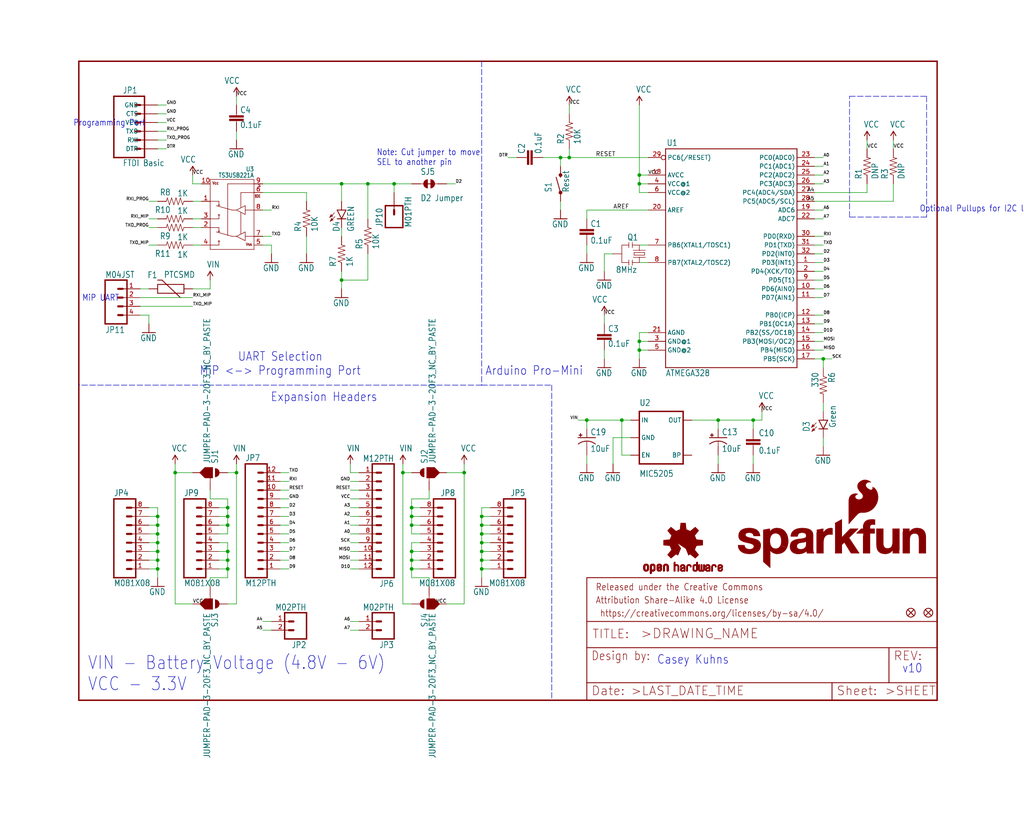
<source format=kicad_sch>
(kicad_sch (version 20211123) (generator eeschema)
  (paper "User" 297.002 240.614)
  (lib_symbols
    (symbol "eagleSchem-eagle-import:0.1UF-25V(+80{slash}-20%)(0603)"
      (property "Reference" "C" (at 1.524 2.921 0))
      (property "Value" "0.1UF-25V(+80{slash}-20%)(0603)" (at 1.524 -2.159 0))
      (symbol "0.1UF-25V(+80{slash}-20%)(0603)_1_0"
        (pin passive line (at 0 5.08 270) (length 2.54) (name "1") (number "1"))
        (pin passive line (at 0 -2.54 90) (length 2.54) (name "2") (number "2"))
      )
    )
    (symbol "eagleSchem-eagle-import:10KOHM1{slash}10W1%(0603)0603"
      (property "Reference" "R" (at -3.81 1.4986 0))
      (property "Value" "10KOHM1{slash}10W1%(0603)0603" (at -3.81 -3.302 0))
      (symbol "10KOHM1{slash}10W1%(0603)0603_1_0"
        (pin passive line (at -5.08 0 0) (length 2.54) (name "1") (number "1"))
        (pin passive line (at 5.08 0 180) (length 2.54) (name "2") (number "2"))
      )
    )
    (symbol "eagleSchem-eagle-import:1KOHM1{slash}10W1%(0603)"
      (property "Reference" "R" (at -3.81 1.4986 0))
      (property "Value" "1KOHM1{slash}10W1%(0603)" (at -3.81 -3.302 0))
      (symbol "1KOHM1{slash}10W1%(0603)_1_0"
        (pin passive line (at -5.08 0 0) (length 2.54) (name "1") (number "1"))
        (pin passive line (at 5.08 0 180) (length 2.54) (name "2") (number "2"))
      )
    )
    (symbol "eagleSchem-eagle-import:3.3V" (power)
      (property "Value" "3.3V" (at -1.016 3.556 0))
      (symbol "3.3V_1_0"
        (pin power_in line (at 0 0 90) (length 2.54) (name "3.3V") (number "1"))
      )
    )
    (symbol "eagleSchem-eagle-import:330OHM1{slash}10W1%(0603)"
      (property "Reference" "R" (at -3.81 1.4986 0))
      (property "Value" "330OHM1{slash}10W1%(0603)" (at -3.81 -3.302 0))
      (symbol "330OHM1{slash}10W1%(0603)_1_0"
        (pin passive line (at -5.08 0 0) (length 2.54) (name "1") (number "1"))
        (pin passive line (at 5.08 0 180) (length 2.54) (name "2") (number "2"))
      )
    )
    (symbol "eagleSchem-eagle-import:ARDUINO_SERIAL_PROGRAMPTH"
      (property "Reference" "JP" (at -5.08 10.922 0))
      (property "Value" "ARDUINO_SERIAL_PROGRAMPTH" (at -5.08 -10.16 0))
      (symbol "ARDUINO_SERIAL_PROGRAMPTH_1_0"
        (pin passive line (at 5.08 -5.08 180) (length 5.08) (name "DTR") (number "1"))
        (pin passive line (at 5.08 -2.54 180) (length 5.08) (name "RXI") (number "2"))
        (pin passive line (at 5.08 0 180) (length 5.08) (name "TXO") (number "3"))
        (pin passive line (at 5.08 2.54 180) (length 5.08) (name "VCC") (number "4"))
        (pin passive line (at 5.08 5.08 180) (length 5.08) (name "CTS") (number "5"))
        (pin passive line (at 5.08 7.62 180) (length 5.08) (name "GND") (number "6"))
      )
    )
    (symbol "eagleSchem-eagle-import:ATMEGA328_SMT"
      (property "Reference" "U" (at -17.78 -38.1 0))
      (property "Value" "ATMEGA328_SMT" (at -17.78 28.448 0))
      (symbol "ATMEGA328_SMT_1_0"
        (pin bidirectional line (at 25.4 -5.08 180) (length 5.08) (name "PD3(INT1)") (number "1"))
        (pin bidirectional line (at 25.4 -12.7 180) (length 5.08) (name "PD6(AIN0)") (number "10"))
        (pin bidirectional line (at 25.4 -15.24 180) (length 5.08) (name "PD7(AIN1)") (number "11"))
        (pin bidirectional line (at 25.4 -20.32 180) (length 5.08) (name "PB0(ICP)") (number "12"))
        (pin bidirectional line (at 25.4 -22.86 180) (length 5.08) (name "PB1(OC1A)") (number "13"))
        (pin bidirectional line (at 25.4 -25.4 180) (length 5.08) (name "PB2(SS/OC1B)") (number "14"))
        (pin bidirectional line (at 25.4 -27.94 180) (length 5.08) (name "PB3(MOSI/OC2)") (number "15"))
        (pin bidirectional line (at 25.4 -30.48 180) (length 5.08) (name "PB4(MISO)") (number "16"))
        (pin bidirectional line (at 25.4 -33.02 180) (length 5.08) (name "PB5(SCK)") (number "17"))
        (pin bidirectional line (at -22.86 20.32 0) (length 5.08) (name "AVCC") (number "18"))
        (pin bidirectional line (at 25.4 10.16 180) (length 5.08) (name "ADC6") (number "19"))
        (pin bidirectional line (at 25.4 -7.62 180) (length 5.08) (name "PD4(XCK/T0)") (number "2"))
        (pin bidirectional line (at -22.86 10.16 0) (length 5.08) (name "AREF") (number "20"))
        (pin bidirectional line (at -22.86 -25.4 0) (length 5.08) (name "AGND") (number "21"))
        (pin bidirectional line (at 25.4 7.62 180) (length 5.08) (name "ADC7") (number "22"))
        (pin bidirectional line (at 25.4 25.4 180) (length 5.08) (name "PC0(ADC0)") (number "23"))
        (pin bidirectional line (at 25.4 22.86 180) (length 5.08) (name "PC1(ADC1)") (number "24"))
        (pin bidirectional line (at 25.4 20.32 180) (length 5.08) (name "PC2(ADC2)") (number "25"))
        (pin bidirectional line (at 25.4 17.78 180) (length 5.08) (name "PC3(ADC3)") (number "26"))
        (pin bidirectional line (at 25.4 15.24 180) (length 5.08) (name "PC4(ADC4/SDA)") (number "27"))
        (pin bidirectional line (at 25.4 12.7 180) (length 5.08) (name "PC5(ADC5/SCL)") (number "28"))
        (pin bidirectional inverted (at -22.86 25.4 0) (length 5.08) (name "PC6(/RESET)") (number "29"))
        (pin bidirectional line (at -22.86 -27.94 0) (length 5.08) (name "GND@1") (number "3"))
        (pin bidirectional line (at 25.4 2.54 180) (length 5.08) (name "PD0(RXD)") (number "30"))
        (pin bidirectional line (at 25.4 0 180) (length 5.08) (name "PD1(TXD)") (number "31"))
        (pin bidirectional line (at 25.4 -2.54 180) (length 5.08) (name "PD2(INT0)") (number "32"))
        (pin bidirectional line (at -22.86 17.78 0) (length 5.08) (name "VCC@1") (number "4"))
        (pin bidirectional line (at -22.86 -30.48 0) (length 5.08) (name "GND@2") (number "5"))
        (pin bidirectional line (at -22.86 15.24 0) (length 5.08) (name "VCC@2") (number "6"))
        (pin bidirectional line (at -22.86 0 0) (length 5.08) (name "PB6(XTAL1/TOSC1)") (number "7"))
        (pin bidirectional line (at -22.86 -5.08 0) (length 5.08) (name "PB7(XTAL2/TOSC2)") (number "8"))
        (pin bidirectional line (at 25.4 -10.16 180) (length 5.08) (name "PD5(T1)") (number "9"))
      )
    )
    (symbol "eagleSchem-eagle-import:CAP_POL1206"
      (property "Reference" "C" (at 1.016 0.635 0))
      (property "Value" "CAP_POL1206" (at 1.016 -4.191 0))
      (symbol "CAP_POL1206_1_0"
        (pin passive line (at 0 2.54 270) (length 2.54) (name "+") (number "A"))
        (pin passive line (at 0 -5.08 90) (length 2.54) (name "-") (number "C"))
      )
    )
    (symbol "eagleSchem-eagle-import:FIDUCIAL1X2")
    (symbol "eagleSchem-eagle-import:FRAME-LETTER"
      (symbol "FRAME-LETTER_2_0"
        (text " https://creativecommons.org/licenses/by-sa/4.0/" (at 2.54 24.13 0) (effects (font (size 1.9304 1.6408)) (justify left bottom)))
        (text ">DRAWING_NAME" (at 15.494 17.78 0) (effects (font (size 2.7432 2.7432)) (justify left bottom)))
        (text ">LAST_DATE_TIME" (at 12.7 1.27 0) (effects (font (size 2.54 2.54)) (justify left bottom)))
        (text ">SHEET" (at 86.36 1.27 0) (effects (font (size 2.54 2.54)) (justify left bottom)))
        (text "Attribution Share-Alike 4.0 License" (at 2.54 27.94 0) (effects (font (size 1.9304 1.6408)) (justify left bottom)))
        (text "Date:" (at 1.27 1.27 0) (effects (font (size 2.54 2.54)) (justify left bottom)))
        (text "Design by:" (at 1.27 11.43 0) (effects (font (size 2.54 2.159)) (justify left bottom)))
        (text "Released under the Creative Commons" (at 2.54 31.75 0) (effects (font (size 1.9304 1.6408)) (justify left bottom)))
        (text "REV:" (at 88.9 11.43 0) (effects (font (size 2.54 2.54)) (justify left bottom)))
        (text "Sheet:" (at 72.39 1.27 0) (effects (font (size 2.54 2.54)) (justify left bottom)))
        (text "TITLE:" (at 1.524 17.78 0) (effects (font (size 2.54 2.54)) (justify left bottom)))
      )
    )
    (symbol "eagleSchem-eagle-import:GND" (power)
      (property "Value" "GND" (at -2.54 -2.54 0))
      (symbol "GND_1_0"
        (pin power_in line (at 0 2.54 270) (length 2.54) (name "GND") (number "1"))
      )
    )
    (symbol "eagleSchem-eagle-import:JUMPER-PAD-2-NC_BY_TRACE"
      (property "Reference" "SJ" (at -2.54 2.54 0))
      (property "Value" "JUMPER-PAD-2-NC_BY_TRACE" (at -2.54 -5.08 0))
      (symbol "JUMPER-PAD-2-NC_BY_TRACE_1_0"
        (pin passive line (at -5.08 0 0) (length 2.54) (name "1") (number "1"))
        (pin passive line (at 5.08 0 180) (length 2.54) (name "2") (number "2"))
      )
    )
    (symbol "eagleSchem-eagle-import:JUMPER-PAD-3-2OF3_NC_BY_PASTE"
      (property "Reference" "SJ" (at 2.54 0.381 0))
      (property "Value" "JUMPER-PAD-3-2OF3_NC_BY_PASTE" (at 2.54 -1.905 0))
      (symbol "JUMPER-PAD-3-2OF3_NC_BY_PASTE_1_0"
        (pin passive line (at 0 5.08 270) (length 2.54) (name "1") (number "1"))
        (pin passive line (at -5.08 0 0) (length 2.54) (name "2") (number "2"))
        (pin passive line (at 0 -5.08 90) (length 2.54) (name "3") (number "3"))
      )
    )
    (symbol "eagleSchem-eagle-import:LED-GREEN0603"
      (property "Reference" "D" (at 3.556 -4.572 90))
      (property "Value" "LED-GREEN0603" (at 5.715 -4.572 90))
      (symbol "LED-GREEN0603_1_0"
        (pin passive line (at 0 2.54 270) (length 2.54) (name "A") (number "A"))
        (pin passive line (at 0 -5.08 90) (length 2.54) (name "C") (number "C"))
      )
    )
    (symbol "eagleSchem-eagle-import:M01PTH"
      (property "Reference" "JP" (at -2.54 3.302 0))
      (property "Value" "M01PTH" (at -2.54 -5.08 0))
      (symbol "M01PTH_1_0"
        (pin passive line (at 7.62 0 180) (length 5.08) (name "1") (number "1"))
      )
    )
    (symbol "eagleSchem-eagle-import:M02PTH"
      (property "Reference" "JP" (at -2.54 5.842 0))
      (property "Value" "M02PTH" (at -2.54 -5.08 0))
      (symbol "M02PTH_1_0"
        (pin passive line (at 7.62 0 180) (length 5.08) (name "1") (number "1"))
        (pin passive line (at 7.62 2.54 180) (length 5.08) (name "2") (number "2"))
      )
    )
    (symbol "eagleSchem-eagle-import:M04JST"
      (property "Reference" "JP" (at -5.08 8.382 0))
      (property "Value" "M04JST" (at -5.08 -7.62 0))
      (symbol "M04JST_1_0"
        (pin passive line (at 5.08 -2.54 180) (length 5.08) (name "1") (number "1"))
        (pin passive line (at 5.08 0 180) (length 5.08) (name "2") (number "2"))
        (pin passive line (at 5.08 2.54 180) (length 5.08) (name "3") (number "3"))
        (pin passive line (at 5.08 5.08 180) (length 5.08) (name "4") (number "4"))
      )
    )
    (symbol "eagleSchem-eagle-import:M081X08"
      (property "Reference" "JP" (at -5.08 13.462 0))
      (property "Value" "M081X08" (at -5.08 -12.7 0))
      (symbol "M081X08_1_0"
        (pin passive line (at 5.08 -7.62 180) (length 5.08) (name "1") (number "1"))
        (pin passive line (at 5.08 -5.08 180) (length 5.08) (name "2") (number "2"))
        (pin passive line (at 5.08 -2.54 180) (length 5.08) (name "3") (number "3"))
        (pin passive line (at 5.08 0 180) (length 5.08) (name "4") (number "4"))
        (pin passive line (at 5.08 2.54 180) (length 5.08) (name "5") (number "5"))
        (pin passive line (at 5.08 5.08 180) (length 5.08) (name "6") (number "6"))
        (pin passive line (at 5.08 7.62 180) (length 5.08) (name "7") (number "7"))
        (pin passive line (at 5.08 10.16 180) (length 5.08) (name "8") (number "8"))
      )
    )
    (symbol "eagleSchem-eagle-import:M12PTH"
      (property "Reference" "JP" (at 0 16.002 0))
      (property "Value" "M12PTH" (at 0 -20.32 0))
      (symbol "M12PTH_1_0"
        (pin passive line (at 10.16 -15.24 180) (length 5.08) (name "1") (number "1"))
        (pin passive line (at 10.16 7.62 180) (length 5.08) (name "10") (number "10"))
        (pin passive line (at 10.16 10.16 180) (length 5.08) (name "11") (number "11"))
        (pin passive line (at 10.16 12.7 180) (length 5.08) (name "12") (number "12"))
        (pin passive line (at 10.16 -12.7 180) (length 5.08) (name "2") (number "2"))
        (pin passive line (at 10.16 -10.16 180) (length 5.08) (name "3") (number "3"))
        (pin passive line (at 10.16 -7.62 180) (length 5.08) (name "4") (number "4"))
        (pin passive line (at 10.16 -5.08 180) (length 5.08) (name "5") (number "5"))
        (pin passive line (at 10.16 -2.54 180) (length 5.08) (name "6") (number "6"))
        (pin passive line (at 10.16 0 180) (length 5.08) (name "7") (number "7"))
        (pin passive line (at 10.16 2.54 180) (length 5.08) (name "8") (number "8"))
        (pin passive line (at 10.16 5.08 180) (length 5.08) (name "9") (number "9"))
      )
    )
    (symbol "eagleSchem-eagle-import:MIC52053.3V"
      (property "Reference" "U" (at -7.62 9.144 0))
      (property "Value" "MIC52053.3V" (at -7.62 -11.43 0))
      (symbol "MIC52053.3V_1_0"
        (pin input line (at -10.16 5.08 0) (length 2.54) (name "IN") (number "1"))
        (pin input line (at -10.16 0 0) (length 2.54) (name "GND") (number "2"))
        (pin input line (at -10.16 -5.08 0) (length 2.54) (name "EN") (number "3"))
        (pin input line (at 7.62 -5.08 180) (length 2.54) (name "BP") (number "4"))
        (pin passive line (at 7.62 5.08 180) (length 2.54) (name "OUT") (number "5"))
      )
    )
    (symbol "eagleSchem-eagle-import:OSHW-LOGOS")
    (symbol "eagleSchem-eagle-import:PTCSMD"
      (property "Reference" "F" (at -2.54 3.048 0))
      (property "Value" "PTCSMD" (at -3.302 -5.08 0))
      (symbol "PTCSMD_1_0"
        (pin bidirectional line (at -5.08 0 0) (length 2.54) (name "1") (number "1"))
        (pin bidirectional line (at 7.62 0 180) (length 2.54) (name "2") (number "2"))
      )
    )
    (symbol "eagleSchem-eagle-import:RESISTOR0603-RES"
      (property "Reference" "R" (at -3.81 1.4986 0))
      (property "Value" "RESISTOR0603-RES" (at -3.81 -3.302 0))
      (symbol "RESISTOR0603-RES_1_0"
        (pin passive line (at -5.08 0 0) (length 2.54) (name "1") (number "1"))
        (pin passive line (at 5.08 0 180) (length 2.54) (name "2") (number "2"))
      )
    )
    (symbol "eagleSchem-eagle-import:RESONATOR8MHZ"
      (property "Reference" "Y" (at 2.54 1.016 0))
      (property "Value" "RESONATOR8MHZ" (at 2.54 -7.62 0))
      (symbol "RESONATOR8MHZ_1_0"
        (pin passive line (at -2.54 0 0) (length 0) (name "1") (number "1"))
        (pin passive line (at 0 -7.62 90) (length 0) (name "2") (number "2"))
        (pin passive line (at 2.54 0 180) (length 0) (name "3") (number "3"))
      )
    )
    (symbol "eagleSchem-eagle-import:SFE_LOGO_NAME_FLAME.1_INCH")
    (symbol "eagleSchem-eagle-import:SWITCH-MOMENTARY-2SMD"
      (property "Reference" "S" (at -2.54 2.54 0))
      (property "Value" "SWITCH-MOMENTARY-2SMD" (at -2.54 -2.54 0))
      (symbol "SWITCH-MOMENTARY-2SMD_1_0"
        (pin passive line (at -5.08 0 0) (length 2.54) (name "1") (number "1"))
        (pin passive line (at 5.08 0 180) (length 2.54) (name "2") (number "3"))
      )
    )
    (symbol "eagleSchem-eagle-import:TS3USB221A"
      (property "Reference" "U" (at 0 21.336 0))
      (property "Value" "TS3USB221A" (at 0 19.558 0))
      (symbol "TS3USB221A_1_0"
        (text "!OE" (at -2.032 13.716 0) (effects (font (size 0.8128 0.6908)) (justify left bottom)))
        (text "S" (at -2.032 16.764 0) (effects (font (size 0.8128 0.6908)) (justify left bottom)))
        (text "Vcc" (at 10.16 17.526 0) (effects (font (size 0.8128 0.6908)) (justify left bottom)))
        (text "Vss" (at 0.508 -0.254 0) (effects (font (size 0.8128 0.6908)) (justify left bottom)))
        (pin bidirectional line (at 15.24 12.7 180) (length 2.54) (name "1D+") (number "1"))
        (pin bidirectional line (at 15.24 17.78 180) (length 2.54) (name "VCC") (number "10"))
        (pin bidirectional line (at 15.24 5.08 180) (length 2.54) (name "1D-") (number "2"))
        (pin bidirectional line (at 15.24 7.62 180) (length 2.54) (name "2D+") (number "3"))
        (pin bidirectional line (at 15.24 0 180) (length 2.54) (name "2D-") (number "4"))
        (pin bidirectional line (at -2.54 0 0) (length 2.54) (name "VSS") (number "5"))
        (pin bidirectional line (at -2.54 15.24 0) (length 2.54) (name "~{OE}") (number "6"))
        (pin bidirectional line (at -2.54 2.54 0) (length 2.54) (name "D-") (number "7"))
        (pin bidirectional line (at -2.54 10.16 0) (length 2.54) (name "D+") (number "8"))
        (pin bidirectional line (at -2.54 17.78 0) (length 2.54) (name "S") (number "9"))
      )
    )
    (symbol "eagleSchem-eagle-import:VIN" (power)
      (property "Value" "VIN" (at -1.016 3.556 0))
      (symbol "VIN_1_0"
        (pin power_in line (at 0 0 90) (length 2.54) (name "VIN") (number "1"))
      )
    )
  )
  (junction (at 66.04 149.86))
  (junction (at 119.38 160.02))
  (junction (at 134.62 137.16))
  (junction (at 185.42 50.8))
  (junction (at 139.7 149.86))
  (junction (at 45.72 149.86))
  (junction (at 68.58 137.16))
  (junction (at 185.42 101.6))
  (junction (at 45.72 157.48))
  (junction (at 139.7 152.4))
  (junction (at 66.04 147.32))
  (junction (at 50.8 137.16))
  (junction (at 119.38 162.56))
  (junction (at 99.06 81.28))
  (junction (at 139.7 154.94))
  (junction (at 119.38 165.1))
  (junction (at 45.72 154.94))
  (junction (at 66.04 152.4))
  (junction (at 238.76 104.14))
  (junction (at 139.7 162.56))
  (junction (at 45.72 160.02))
  (junction (at 45.72 165.1))
  (junction (at 180.34 121.92))
  (junction (at 116.84 137.16))
  (junction (at 139.7 157.48))
  (junction (at 218.44 121.92))
  (junction (at 185.42 99.06))
  (junction (at 139.7 160.02))
  (junction (at 66.04 160.02))
  (junction (at 119.38 147.32))
  (junction (at 99.06 53.34))
  (junction (at 162.56 45.72))
  (junction (at 114.3 53.34))
  (junction (at 185.42 53.34))
  (junction (at 119.38 149.86))
  (junction (at 106.68 53.34))
  (junction (at 170.18 121.92))
  (junction (at 165.1 45.72))
  (junction (at 139.7 165.1))
  (junction (at 45.72 162.56))
  (junction (at 66.04 162.56))
  (junction (at 45.72 152.4))
  (junction (at 119.38 152.4))
  (junction (at 208.28 121.92))
  (junction (at 66.04 165.1))
  (wire (pts (xy 238.76 129.54) (xy 238.76 127)))
  (wire (pts (xy 99.06 53.34) (xy 99.06 58.42)))
  (wire (pts (xy 81.28 152.4) (xy 83.82 152.4)))
  (wire (pts (xy 187.96 96.52) (xy 185.42 96.52)))
  (wire (pts (xy 55.88 71.12) (xy 58.42 71.12)))
  (wire (pts (xy 66.04 167.64) (xy 66.04 165.1)))
  (wire (pts (xy 68.58 137.16) (xy 66.04 137.16)))
  (wire (pts (xy 119.38 144.78) (xy 119.38 147.32)))
  (wire (pts (xy 134.62 137.16) (xy 129.54 137.16)))
  (wire (pts (xy 66.04 165.1) (xy 63.5 165.1)))
  (wire (pts (xy 104.14 160.02) (xy 101.6 160.02)))
  (wire (pts (xy 187.96 45.72) (xy 165.1 45.72)))
  (wire (pts (xy 99.06 53.34) (xy 76.2 53.34)))
  (wire (pts (xy 104.14 165.1) (xy 101.6 165.1)))
  (wire (pts (xy 236.22 45.72) (xy 238.76 45.72)))
  (wire (pts (xy 165.1 43.18) (xy 165.1 45.72)))
  (wire (pts (xy 236.22 60.96) (xy 238.76 60.96)))
  (wire (pts (xy 139.7 147.32) (xy 142.24 147.32)))
  (wire (pts (xy 68.58 175.26) (xy 68.58 137.16)))
  (wire (pts (xy 218.44 124.46) (xy 218.44 121.92)))
  (wire (pts (xy 170.18 60.96) (xy 170.18 63.5)))
  (wire (pts (xy 81.28 137.16) (xy 83.82 137.16)))
  (wire (pts (xy 119.38 152.4) (xy 119.38 154.94)))
  (wire (pts (xy 76.2 68.58) (xy 78.74 68.58)))
  (wire (pts (xy 218.44 121.92) (xy 208.28 121.92)))
  (wire (pts (xy 81.28 139.7) (xy 83.82 139.7)))
  (wire (pts (xy 58.42 66.04) (xy 55.88 66.04)))
  (wire (pts (xy 66.04 147.32) (xy 63.5 147.32)))
  (wire (pts (xy 116.84 175.26) (xy 116.84 137.16)))
  (wire (pts (xy 45.72 149.86) (xy 43.18 149.86)))
  (wire (pts (xy 139.7 165.1) (xy 139.7 167.64)))
  (wire (pts (xy 175.26 104.14) (xy 175.26 101.6)))
  (wire (pts (xy 236.22 53.34) (xy 238.76 53.34)))
  (wire (pts (xy 182.88 127) (xy 177.8 127)))
  (wire (pts (xy 236.22 68.58) (xy 238.76 68.58)))
  (wire (pts (xy 66.04 157.48) (xy 66.04 160.02)))
  (wire (pts (xy 236.22 58.42) (xy 259.08 58.42)))
  (wire (pts (xy 88.9 55.88) (xy 76.2 55.88)))
  (wire (pts (xy 116.84 134.62) (xy 116.84 137.16)))
  (wire (pts (xy 220.98 121.92) (xy 218.44 121.92)))
  (wire (pts (xy 66.04 152.4) (xy 66.04 154.94)))
  (wire (pts (xy 119.38 162.56) (xy 121.92 162.56)))
  (wire (pts (xy 119.38 175.26) (xy 116.84 175.26)))
  (wire (pts (xy 106.68 53.34) (xy 99.06 53.34)))
  (wire (pts (xy 104.14 139.7) (xy 101.6 139.7)))
  (wire (pts (xy 170.18 124.46) (xy 170.18 121.92)))
  (wire (pts (xy 66.04 147.32) (xy 66.04 149.86)))
  (wire (pts (xy 81.28 157.48) (xy 83.82 157.48)))
  (wire (pts (xy 175.26 78.74) (xy 175.26 73.66)))
  (polyline (pts (xy 139.7 17.78) (xy 139.7 111.76)))
  (wire (pts (xy 185.42 76.2) (xy 187.96 76.2)))
  (wire (pts (xy 251.46 43.18) (xy 251.46 40.64)))
  (wire (pts (xy 165.1 30.48) (xy 165.1 33.02)))
  (wire (pts (xy 236.22 104.14) (xy 238.76 104.14)))
  (wire (pts (xy 60.96 81.28) (xy 60.96 83.82)))
  (wire (pts (xy 139.7 160.02) (xy 142.24 160.02)))
  (wire (pts (xy 45.72 154.94) (xy 45.72 157.48)))
  (wire (pts (xy 58.42 58.42) (xy 55.88 58.42)))
  (wire (pts (xy 236.22 71.12) (xy 238.76 71.12)))
  (wire (pts (xy 45.72 63.5) (xy 43.18 63.5)))
  (wire (pts (xy 45.72 147.32) (xy 43.18 147.32)))
  (wire (pts (xy 45.72 152.4) (xy 45.72 154.94)))
  (wire (pts (xy 185.42 55.88) (xy 185.42 53.34)))
  (wire (pts (xy 182.88 132.08) (xy 180.34 132.08)))
  (wire (pts (xy 119.38 149.86) (xy 121.92 149.86)))
  (wire (pts (xy 220.98 119.38) (xy 220.98 121.92)))
  (wire (pts (xy 124.46 167.64) (xy 119.38 167.64)))
  (wire (pts (xy 236.22 76.2) (xy 238.76 76.2)))
  (wire (pts (xy 134.62 175.26) (xy 134.62 137.16)))
  (wire (pts (xy 208.28 134.62) (xy 208.28 132.08)))
  (wire (pts (xy 106.68 53.34) (xy 106.68 63.5)))
  (wire (pts (xy 104.14 180.34) (xy 101.6 180.34)))
  (wire (pts (xy 185.42 99.06) (xy 185.42 101.6)))
  (wire (pts (xy 139.7 149.86) (xy 139.7 152.4)))
  (wire (pts (xy 104.14 154.94) (xy 101.6 154.94)))
  (wire (pts (xy 119.38 149.86) (xy 119.38 152.4)))
  (wire (pts (xy 119.38 147.32) (xy 121.92 147.32)))
  (wire (pts (xy 116.84 137.16) (xy 119.38 137.16)))
  (wire (pts (xy 119.38 154.94) (xy 121.92 154.94)))
  (wire (pts (xy 119.38 152.4) (xy 121.92 152.4)))
  (wire (pts (xy 119.38 165.1) (xy 121.92 165.1)))
  (wire (pts (xy 66.04 154.94) (xy 63.5 154.94)))
  (wire (pts (xy 185.42 50.8) (xy 185.42 30.48)))
  (wire (pts (xy 45.72 149.86) (xy 45.72 152.4)))
  (wire (pts (xy 104.14 182.88) (xy 101.6 182.88)))
  (wire (pts (xy 81.28 165.1) (xy 83.82 165.1)))
  (wire (pts (xy 218.44 134.62) (xy 218.44 132.08)))
  (wire (pts (xy 114.3 55.88) (xy 114.3 53.34)))
  (wire (pts (xy 139.7 152.4) (xy 142.24 152.4)))
  (wire (pts (xy 99.06 68.58) (xy 99.06 66.04)))
  (wire (pts (xy 119.38 162.56) (xy 119.38 165.1)))
  (wire (pts (xy 139.7 152.4) (xy 139.7 154.94)))
  (wire (pts (xy 66.04 162.56) (xy 63.5 162.56)))
  (wire (pts (xy 104.14 152.4) (xy 101.6 152.4)))
  (wire (pts (xy 45.72 157.48) (xy 43.18 157.48)))
  (wire (pts (xy 45.72 160.02) (xy 43.18 160.02)))
  (wire (pts (xy 170.18 121.92) (xy 180.34 121.92)))
  (wire (pts (xy 40.64 88.9) (xy 55.88 88.9)))
  (wire (pts (xy 81.28 149.86) (xy 83.82 149.86)))
  (wire (pts (xy 81.28 160.02) (xy 83.82 160.02)))
  (wire (pts (xy 50.8 175.26) (xy 50.8 137.16)))
  (wire (pts (xy 170.18 73.66) (xy 170.18 71.12)))
  (wire (pts (xy 45.72 162.56) (xy 43.18 162.56)))
  (wire (pts (xy 124.46 142.24) (xy 124.46 144.78)))
  (wire (pts (xy 40.64 91.44) (xy 43.18 91.44)))
  (wire (pts (xy 45.72 58.42) (xy 43.18 58.42)))
  (wire (pts (xy 185.42 101.6) (xy 185.42 104.14)))
  (wire (pts (xy 180.34 132.08) (xy 180.34 121.92)))
  (wire (pts (xy 45.72 43.18) (xy 48.26 43.18)))
  (wire (pts (xy 134.62 134.62) (xy 134.62 137.16)))
  (wire (pts (xy 236.22 86.36) (xy 238.76 86.36)))
  (wire (pts (xy 45.72 162.56) (xy 45.72 165.1)))
  (wire (pts (xy 45.72 35.56) (xy 48.26 35.56)))
  (wire (pts (xy 45.72 154.94) (xy 43.18 154.94)))
  (wire (pts (xy 55.88 83.82) (xy 60.96 83.82)))
  (wire (pts (xy 259.08 58.42) (xy 259.08 53.34)))
  (wire (pts (xy 236.22 99.06) (xy 238.76 99.06)))
  (wire (pts (xy 165.1 45.72) (xy 162.56 45.72)))
  (wire (pts (xy 55.88 175.26) (xy 50.8 175.26)))
  (wire (pts (xy 238.76 104.14) (xy 238.76 106.68)))
  (wire (pts (xy 236.22 48.26) (xy 238.76 48.26)))
  (wire (pts (xy 177.8 127) (xy 177.8 134.62)))
  (wire (pts (xy 187.96 53.34) (xy 185.42 53.34)))
  (wire (pts (xy 45.72 165.1) (xy 43.18 165.1)))
  (wire (pts (xy 40.64 86.36) (xy 55.88 86.36)))
  (wire (pts (xy 104.14 162.56) (xy 101.6 162.56)))
  (polyline (pts (xy 246.38 27.94) (xy 268.732 27.94)))
  (wire (pts (xy 45.72 30.48) (xy 48.26 30.48)))
  (wire (pts (xy 104.14 157.48) (xy 101.6 157.48)))
  (wire (pts (xy 259.08 43.18) (xy 259.08 40.64)))
  (wire (pts (xy 66.04 175.26) (xy 68.58 175.26)))
  (wire (pts (xy 55.88 53.34) (xy 58.42 53.34)))
  (wire (pts (xy 187.96 99.06) (xy 185.42 99.06)))
  (wire (pts (xy 149.86 45.72) (xy 147.32 45.72)))
  (wire (pts (xy 139.7 154.94) (xy 139.7 157.48)))
  (wire (pts (xy 236.22 73.66) (xy 238.76 73.66)))
  (wire (pts (xy 66.04 152.4) (xy 63.5 152.4)))
  (wire (pts (xy 236.22 93.98) (xy 238.76 93.98)))
  (wire (pts (xy 208.28 121.92) (xy 200.66 121.92)))
  (wire (pts (xy 106.68 53.34) (xy 114.3 53.34)))
  (wire (pts (xy 45.72 147.32) (xy 45.72 149.86)))
  (wire (pts (xy 40.64 83.82) (xy 43.18 83.82)))
  (wire (pts (xy 236.22 96.52) (xy 238.76 96.52)))
  (polyline (pts (xy 160.02 111.76) (xy 160.02 203.2)))
  (wire (pts (xy 66.04 157.48) (xy 63.5 157.48)))
  (wire (pts (xy 88.9 68.58) (xy 88.9 73.66)))
  (wire (pts (xy 68.58 40.64) (xy 68.58 38.1)))
  (wire (pts (xy 185.42 96.52) (xy 185.42 99.06)))
  (wire (pts (xy 66.04 149.86) (xy 63.5 149.86)))
  (wire (pts (xy 99.06 83.82) (xy 99.06 81.28)))
  (wire (pts (xy 170.18 121.92) (xy 167.64 121.92)))
  (wire (pts (xy 45.72 152.4) (xy 43.18 152.4)))
  (wire (pts (xy 45.72 160.02) (xy 45.72 162.56)))
  (wire (pts (xy 187.96 60.96) (xy 170.18 60.96)))
  (wire (pts (xy 208.28 124.46) (xy 208.28 121.92)))
  (wire (pts (xy 99.06 81.28) (xy 106.68 81.28)))
  (wire (pts (xy 238.76 116.84) (xy 238.76 119.38)))
  (wire (pts (xy 119.38 160.02) (xy 121.92 160.02)))
  (wire (pts (xy 236.22 78.74) (xy 238.76 78.74)))
  (wire (pts (xy 81.28 144.78) (xy 83.82 144.78)))
  (wire (pts (xy 236.22 63.5) (xy 238.76 63.5)))
  (wire (pts (xy 60.96 142.24) (xy 60.96 144.78)))
  (wire (pts (xy 139.7 157.48) (xy 139.7 160.02)))
  (wire (pts (xy 251.46 55.88) (xy 251.46 53.34)))
  (wire (pts (xy 139.7 162.56) (xy 142.24 162.56)))
  (wire (pts (xy 101.6 137.16) (xy 104.14 137.16)))
  (wire (pts (xy 187.96 50.8) (xy 185.42 50.8)))
  (wire (pts (xy 139.7 165.1) (xy 142.24 165.1)))
  (wire (pts (xy 139.7 149.86) (xy 142.24 149.86)))
  (wire (pts (xy 139.7 154.94) (xy 142.24 154.94)))
  (wire (pts (xy 162.56 58.42) (xy 162.56 60.96)))
  (wire (pts (xy 81.28 147.32) (xy 83.82 147.32)))
  (wire (pts (xy 78.74 180.34) (xy 76.2 180.34)))
  (wire (pts (xy 175.26 73.66) (xy 177.8 73.66)))
  (wire (pts (xy 119.38 167.64) (xy 119.38 165.1)))
  (wire (pts (xy 236.22 101.6) (xy 238.76 101.6)))
  (wire (pts (xy 104.14 144.78) (xy 101.6 144.78)))
  (wire (pts (xy 119.38 157.48) (xy 119.38 160.02)))
  (wire (pts (xy 76.2 60.96) (xy 78.74 60.96)))
  (wire (pts (xy 55.88 50.8) (xy 55.88 53.34)))
  (wire (pts (xy 43.18 93.98) (xy 43.18 91.44)))
  (wire (pts (xy 129.54 175.26) (xy 134.62 175.26)))
  (wire (pts (xy 129.54 53.34) (xy 132.08 53.34)))
  (wire (pts (xy 236.22 83.82) (xy 238.76 83.82)))
  (wire (pts (xy 187.96 101.6) (xy 185.42 101.6)))
  (wire (pts (xy 180.34 121.92) (xy 182.88 121.92)))
  (wire (pts (xy 60.96 170.18) (xy 60.96 167.64)))
  (wire (pts (xy 139.7 162.56) (xy 139.7 165.1)))
  (wire (pts (xy 66.04 149.86) (xy 66.04 152.4)))
  (wire (pts (xy 101.6 134.62) (xy 101.6 137.16)))
  (wire (pts (xy 99.06 78.74) (xy 99.06 81.28)))
  (polyline (pts (xy 268.732 27.94) (xy 268.732 62.992)))
  (wire (pts (xy 187.96 55.88) (xy 185.42 55.88)))
  (wire (pts (xy 119.38 157.48) (xy 121.92 157.48)))
  (polyline (pts (xy 139.7 111.76) (xy 22.86 111.76)))
  (wire (pts (xy 238.76 104.14) (xy 241.3 104.14)))
  (wire (pts (xy 45.72 40.64) (xy 48.26 40.64)))
  (wire (pts (xy 50.8 137.16) (xy 55.88 137.16)))
  (wire (pts (xy 45.72 33.02) (xy 48.26 33.02)))
  (wire (pts (xy 45.72 38.1) (xy 48.26 38.1)))
  (wire (pts (xy 162.56 45.72) (xy 157.48 45.72)))
  (wire (pts (xy 185.42 53.34) (xy 185.42 50.8)))
  (wire (pts (xy 68.58 27.94) (xy 68.58 30.48)))
  (wire (pts (xy 81.28 142.24) (xy 83.82 142.24)))
  (wire (pts (xy 162.56 48.26) (xy 162.56 45.72)))
  (wire (pts (xy 236.22 55.88) (xy 251.46 55.88)))
  (polyline (pts (xy 246.38 62.992) (xy 246.38 27.94)))
  (wire (pts (xy 124.46 144.78) (xy 119.38 144.78)))
  (wire (pts (xy 45.72 157.48) (xy 45.72 160.02)))
  (polyline (pts (xy 139.7 111.76) (xy 160.02 111.76)))
  (wire (pts (xy 81.28 162.56) (xy 83.82 162.56)))
  (wire (pts (xy 119.38 147.32) (xy 119.38 149.86)))
  (wire (pts (xy 175.26 91.44) (xy 175.26 93.98)))
  (wire (pts (xy 78.74 182.88) (xy 76.2 182.88)))
  (wire (pts (xy 236.22 81.28) (xy 238.76 81.28)))
  (wire (pts (xy 66.04 160.02) (xy 66.04 162.56)))
  (wire (pts (xy 104.14 149.86) (xy 101.6 149.86)))
  (wire (pts (xy 66.04 144.78) (xy 66.04 147.32)))
  (wire (pts (xy 139.7 157.48) (xy 142.24 157.48)))
  (wire (pts (xy 76.2 71.12) (xy 78.74 71.12)))
  (wire (pts (xy 139.7 160.02) (xy 139.7 162.56)))
  (wire (pts (xy 139.7 147.32) (xy 139.7 149.86)))
  (wire (pts (xy 119.38 160.02) (xy 119.38 162.56)))
  (wire (pts (xy 45.72 165.1) (xy 45.72 167.64)))
  (wire (pts (xy 45.72 71.12) (xy 43.18 71.12)))
  (wire (pts (xy 236.22 50.8) (xy 238.76 50.8)))
  (wire (pts (xy 104.14 142.24) (xy 101.6 142.24)))
  (polyline (pts (xy 268.732 62.992) (xy 246.38 62.992)))
  (wire (pts (xy 236.22 91.44) (xy 238.76 91.44)))
  (wire (pts (xy 45.72 66.04) (xy 43.18 66.04)))
  (wire (pts (xy 50.8 134.62) (xy 50.8 137.16)))
  (wire (pts (xy 170.18 134.62) (xy 170.18 132.08)))
  (wire (pts (xy 78.74 71.12) (xy 78.74 73.66)))
  (wire (pts (xy 81.28 154.94) (xy 83.82 154.94)))
  (wire (pts (xy 66.04 160.02) (xy 63.5 160.02)))
  (wire (pts (xy 88.9 55.88) (xy 88.9 58.42)))
  (wire (pts (xy 60.96 144.78) (xy 66.04 144.78)))
  (wire (pts (xy 66.04 162.56) (xy 66.04 165.1)))
  (wire (pts (xy 106.68 73.66) (xy 106.68 81.28)))
  (wire (pts (xy 124.46 170.18) (xy 124.46 167.64)))
  (wire (pts (xy 114.3 53.34) (xy 119.38 53.34)))
  (wire (pts (xy 68.58 134.62) (xy 68.58 137.16)))
  (wire (pts (xy 104.14 147.32) (xy 101.6 147.32)))
  (wire (pts (xy 185.42 71.12) (xy 187.96 71.12)))
  (wire (pts (xy 60.96 167.64) (xy 66.04 167.64)))
  (wire (pts (xy 55.88 63.5) (xy 58.42 63.5)))
  (text "Note: Cut jumper to move\nSEL to another pin" (at 109.22 48.26 180) (effects (font (size 1.778 1.5113)) (justify left bottom)))
  (text "Expansion Headers" (at 93.98 116.84 180) (effects (font (size 2.54 2.159)) (justify bottom)))
  (text "Optional Pullups for I2C lines" (at 266.7 61.722 180) (effects (font (size 1.778 1.5113)) (justify left bottom)))
  (text "VIN - Battery Voltage (4.8V - 6V)\nVCC - 3.3V" (at 25.4 195.58 180) (effects (font (size 3.81 3.2385)) (justify left)))
  (text "UART Selection\nMiP <-> Programming Port" (at 81.28 109.22 180) (effects (font (size 2.54 2.159)) (justify bottom)))
  (text "MiP UART" (at 29.21 87.63 180) (effects (font (size 1.778 1.5113)) (justify bottom)))
  (text "Casey Kuhns" (at 190.5 193.04 180) (effects (font (size 2.54 2.159)) (justify left bottom)))
  (text "Programming Port" (at 31.75 36.83 180) (effects (font (size 1.778 1.5113)) (justify bottom)))
  (text "Arduino Pro-Mini" (at 154.94 109.22 180) (effects (font (size 2.54 2.159)) (justify bottom)))
  (text "v10" (at 261.62 195.58 180) (effects (font (size 2.54 2.159)) (justify left bottom)))
  (label "A2" (at 101.6 149.86 180) (effects (font (size 0.889 0.889))))
  (label "D7" (at 238.76 86.36 0) (effects (font (size 0.889 0.889))))
  (label "D7" (at 83.82 160.02 0) (effects (font (size 0.889 0.889))))
  (label "RXI_MIP" (at 43.18 63.5 180) (effects (font (size 0.889 0.889))))
  (label "VCC" (at 48.26 35.56 0) (effects (font (size 0.889 0.889))))
  (label "RESET" (at 101.6 142.24 180) (effects (font (size 0.889 0.889))))
  (label "A5" (at 236.22 58.42 180) (effects (font (size 1.016 1.016))))
  (label "RXI" (at 78.74 60.96 0) (effects (font (size 0.889 0.889))))
  (label "D2" (at 132.08 53.34 0) (effects (font (size 0.889 0.889))))
  (label "VCC" (at 187.96 50.8 0) (effects (font (size 1.016 1.016))))
  (label "MISO" (at 238.76 101.6 0) (effects (font (size 0.889 0.889))))
  (label "DTR" (at 147.32 45.72 180) (effects (font (size 0.889 0.889))))
  (label "D5" (at 238.76 81.28 0) (effects (font (size 0.889 0.889))))
  (label "D3" (at 83.82 149.86 0) (effects (font (size 0.889 0.889))))
  (label "RESET" (at 83.82 142.24 0) (effects (font (size 0.889 0.889))))
  (label "DTR" (at 48.26 43.18 0) (effects (font (size 0.889 0.889))))
  (label "MOSI" (at 101.6 162.56 180) (effects (font (size 0.889 0.889))))
  (label "VCC" (at 165.1 30.48 0) (effects (font (size 1.016 1.016))))
  (label "D10" (at 101.6 165.1 180) (effects (font (size 0.889 0.889))))
  (label "A3" (at 101.6 147.32 180) (effects (font (size 0.889 0.889))))
  (label "TXO_MIP" (at 55.88 88.9 0) (effects (font (size 0.889 0.889))))
  (label "A6" (at 101.6 180.34 180) (effects (font (size 0.889 0.889))))
  (label "A1" (at 238.76 48.26 0) (effects (font (size 0.889 0.889))))
  (label "D6" (at 83.82 157.48 0) (effects (font (size 0.889 0.889))))
  (label "A3" (at 238.76 53.34 0) (effects (font (size 0.889 0.889))))
  (label "VCC" (at 251.46 43.18 0) (effects (font (size 1.016 1.016))))
  (label "GND" (at 101.6 139.7 180) (effects (font (size 0.889 0.889))))
  (label "D2" (at 238.76 73.66 0) (effects (font (size 0.889 0.889))))
  (label "MOSI" (at 238.76 99.06 0) (effects (font (size 0.889 0.889))))
  (label "D5" (at 83.82 154.94 0) (effects (font (size 0.889 0.889))))
  (label "A7" (at 101.6 182.88 180) (effects (font (size 0.889 0.889))))
  (label "VCC" (at 55.88 50.8 0) (effects (font (size 1.016 1.016))))
  (label "D8" (at 83.82 162.56 0) (effects (font (size 0.889 0.889))))
  (label "VCC" (at 259.08 43.18 0) (effects (font (size 1.016 1.016))))
  (label "D6" (at 238.76 83.82 0) (effects (font (size 0.889 0.889))))
  (label "A4" (at 236.22 55.88 180) (effects (font (size 1.016 1.016))))
  (label "D10" (at 238.76 96.52 0) (effects (font (size 0.889 0.889))))
  (label "VCC" (at 220.98 119.38 0) (effects (font (size 1.016 1.016))))
  (label "MISO" (at 101.6 160.02 180) (effects (font (size 0.889 0.889))))
  (label "TXO" (at 83.82 137.16 0) (effects (font (size 0.889 0.889))))
  (label "RXI" (at 238.76 68.58 0) (effects (font (size 0.889 0.889))))
  (label "GND" (at 48.26 30.48 0) (effects (font (size 0.889 0.889))))
  (label "A6" (at 238.76 60.96 0) (effects (font (size 0.889 0.889))))
  (label "TXO_MIP" (at 43.18 71.12 180) (effects (font (size 0.889 0.889))))
  (label "A7" (at 238.76 63.5 0) (effects (font (size 0.889 0.889))))
  (label "VCC" (at 68.58 27.94 0) (effects (font (size 1.016 1.016))))
  (label "RXI" (at 83.82 139.7 0) (effects (font (size 0.889 0.889))))
  (label "VCC" (at 129.54 175.26 180) (effects (font (size 1.016 1.016))))
  (label "RXI_PROG" (at 43.18 58.42 180) (effects (font (size 0.889 0.889))))
  (label "RXI_PROG" (at 48.26 38.1 0) (effects (font (size 0.889 0.889))))
  (label "VCC" (at 55.88 175.26 0) (effects (font (size 1.016 1.016))))
  (label "GND" (at 48.26 33.02 0) (effects (font (size 0.889 0.889))))
  (label "GND" (at 83.82 144.78 0) (effects (font (size 0.889 0.889))))
  (label "RXI_MIP" (at 55.88 86.36 0) (effects (font (size 0.889 0.889))))
  (label "D9" (at 238.76 93.98 0) (effects (font (size 0.889 0.889))))
  (label "TXO" (at 238.76 71.12 0) (effects (font (size 0.889 0.889))))
  (label "VCC" (at 101.6 144.78 180) (effects (font (size 0.889 0.889))))
  (label "A4" (at 76.2 180.34 180) (effects (font (size 0.889 0.889))))
  (label "SCK" (at 101.6 157.48 180) (effects (font (size 0.889 0.889))))
  (label "A2" (at 238.76 50.8 0) (effects (font (size 0.889 0.889))))
  (label "VCC" (at 175.26 91.44 0) (effects (font (size 1.016 1.016))))
  (label "A5" (at 76.2 182.88 180) (effects (font (size 0.889 0.889))))
  (label "TXO_PROG" (at 43.18 66.04 180) (effects (font (size 0.889 0.889))))
  (label "SCK" (at 241.3 104.14 0) (effects (font (size 0.889 0.889))))
  (label "D4" (at 238.76 78.74 0) (effects (font (size 0.889 0.889))))
  (label "TXO" (at 78.74 68.58 0) (effects (font (size 0.889 0.889))))
  (label "A1" (at 101.6 152.4 180) (effects (font (size 0.889 0.889))))
  (label "VIN" (at 167.64 121.92 180) (effects (font (size 0.889 0.889))))
  (label "AREF" (at 177.8 60.96 0) (effects (font (size 1.2446 1.2446))))
  (label "D9" (at 83.82 165.1 0) (effects (font (size 0.889 0.889))))
  (label "RESET" (at 172.72 45.72 0) (effects (font (size 1.2446 1.2446))))
  (label "TXO_PROG" (at 48.26 40.64 0) (effects (font (size 0.889 0.889))))
  (label "D3" (at 238.76 76.2 0) (effects (font (size 0.889 0.889))))
  (label "A0" (at 238.76 45.72 0) (effects (font (size 0.889 0.889))))
  (label "D2" (at 83.82 147.32 0) (effects (font (size 0.889 0.889))))
  (label "A0" (at 101.6 154.94 180) (effects (font (size 0.889 0.889))))
  (label "D8" (at 238.76 91.44 0) (effects (font (size 0.889 0.889))))
  (label "D4" (at 83.82 152.4 0) (effects (font (size 0.889 0.889))))
  (symbol (lib_id "eagleSchem-eagle-import:M081X08") (at 38.1 157.48 0) (unit 1)
    (property "Reference" "JP4" (at 33.02 144.018 0) (effects (font (size 1.778 1.5113)) (justify left bottom)))
    (property "Value" "M081X08" (at 33.02 170.18 0) (effects (font (size 1.778 1.5113)) (justify left bottom)))
    (property "Footprint" "eagleSchem:1X08" (effects hide))
  )
  (symbol (lib_id "eagleSchem-eagle-import:1KOHM1{slash}10W1%(0603)") (at 99.06 73.66 90) (unit 1)
    (property "Reference" "R7" (at 97.5614 77.47 0) (effects (font (size 1.778 1.5113)) (justify left bottom)))
    (property "Value" "1K" (at 102.362 77.47 0) (effects (font (size 1.778 1.5113)) (justify left bottom)))
    (property "Footprint" "eagleSchem:0603-RES" (effects hide))
  )
  (symbol (lib_id "eagleSchem-eagle-import:M02PTH") (at 86.36 180.34 180) (unit 1)
    (property "Reference" "JP2" (at 88.9 186.182 0) (effects (font (size 1.778 1.5113)) (justify left bottom)))
    (property "Value" "M02PTH" (at 88.9 175.26 0) (effects (font (size 1.778 1.5113)) (justify left bottom)))
    (property "Footprint" "eagleSchem:1X02" (effects hide))
  )
  (symbol (lib_id "eagleSchem-eagle-import:GND") (at 218.44 137.16 0) (unit 1)
    (property "Reference" "#GND26" (effects hide))
    (property "Value" "GND" (at 215.9 139.7 0) (effects (font (size 1.778 1.5113)) (justify left bottom)))
    (property "Footprint" "eagleSchem:" (effects hide))
  )
  (symbol (lib_id "eagleSchem-eagle-import:0.1UF-25V(+80{slash}-20%)(0603)") (at 175.26 96.52 180) (unit 1)
    (property "Reference" "C3" (at 176.276 96.393 0) (effects (font (size 1.778 1.5113)) (justify right top)))
    (property "Value" "0.1uF" (at 176.276 100.711 0) (effects (font (size 1.778 1.5113)) (justify right top)))
    (property "Footprint" "eagleSchem:0603-CAP" (effects hide))
  )
  (symbol (lib_id "eagleSchem-eagle-import:GND") (at 175.26 81.28 0) (unit 1)
    (property "Reference" "#GND4" (effects hide))
    (property "Value" "GND" (at 172.72 83.82 0) (effects (font (size 1.778 1.5113)) (justify left bottom)))
    (property "Footprint" "eagleSchem:" (effects hide))
  )
  (symbol (lib_id "eagleSchem-eagle-import:1KOHM1{slash}10W1%(0603)") (at 50.8 58.42 180) (unit 1)
    (property "Reference" "R8" (at 49.53 54.8386 0) (effects (font (size 1.778 1.5113)) (justify left bottom)))
    (property "Value" "1K" (at 54.61 55.118 0) (effects (font (size 1.778 1.5113)) (justify left bottom)))
    (property "Footprint" "eagleSchem:0603-RES" (effects hide))
  )
  (symbol (lib_id "eagleSchem-eagle-import:JUMPER-PAD-3-2OF3_NC_BY_PASTE") (at 124.46 175.26 90) (mirror x) (unit 1)
    (property "Reference" "SJ4" (at 124.079 177.8 0) (effects (font (size 1.778 1.5113)) (justify left bottom)))
    (property "Value" "JUMPER-PAD-3-2OF3_NC_BY_PASTE" (at 126.365 177.8 0) (effects (font (size 1.778 1.5113)) (justify left bottom)))
    (property "Footprint" "eagleSchem:PAD-JUMPER-3-2OF3_NC_BY_PASTE_YES_SILK_FULL_BOX" (effects hide))
  )
  (symbol (lib_id "eagleSchem-eagle-import:M081X08") (at 127 157.48 0) (mirror y) (unit 1)
    (property "Reference" "JP8" (at 132.08 144.018 0) (effects (font (size 1.778 1.5113)) (justify left bottom)))
    (property "Value" "M081X08" (at 132.08 170.18 0) (effects (font (size 1.778 1.5113)) (justify left bottom)))
    (property "Footprint" "eagleSchem:1X08" (effects hide))
  )
  (symbol (lib_id "eagleSchem-eagle-import:0.1UF-25V(+80{slash}-20%)(0603)") (at 218.44 129.54 0) (unit 1)
    (property "Reference" "C10" (at 219.964 126.619 0) (effects (font (size 1.778 1.5113)) (justify left bottom)))
    (property "Value" "0.1uF" (at 219.964 131.699 0) (effects (font (size 1.778 1.5113)) (justify left bottom)))
    (property "Footprint" "eagleSchem:0603-CAP" (effects hide))
  )
  (symbol (lib_id "eagleSchem-eagle-import:0.1UF-25V(+80{slash}-20%)(0603)") (at 68.58 33.02 180) (unit 1)
    (property "Reference" "C4" (at 69.596 32.893 0) (effects (font (size 1.778 1.5113)) (justify right top)))
    (property "Value" "0.1uF" (at 69.596 37.211 0) (effects (font (size 1.778 1.5113)) (justify right top)))
    (property "Footprint" "eagleSchem:0603-CAP" (effects hide))
  )
  (symbol (lib_id "eagleSchem-eagle-import:3.3V") (at 55.88 50.8 0) (unit 1)
    (property "Reference" "#P+6" (effects hide))
    (property "Value" "VCC" (at 52.324 47.244 0) (effects (font (size 1.778 1.5113)) (justify left bottom)))
    (property "Footprint" "eagleSchem:" (effects hide))
  )
  (symbol (lib_id "eagleSchem-eagle-import:SFE_LOGO_NAME_FLAME.1_INCH") (at 213.36 165.1 0) (unit 1)
    (property "Reference" "LOGO1" (effects hide))
    (property "Value" "SFE_LOGO_NAME_FLAME.1_INCH" (effects hide))
    (property "Footprint" "eagleSchem:SFE_LOGO_NAME_FLAME_.1" (effects hide))
  )
  (symbol (lib_id "eagleSchem-eagle-import:RESISTOR0603-RES") (at 165.1 38.1 90) (unit 1)
    (property "Reference" "R2" (at 163.6014 41.91 0) (effects (font (size 1.778 1.5113)) (justify left bottom)))
    (property "Value" "10K" (at 168.402 41.91 0) (effects (font (size 1.778 1.5113)) (justify left bottom)))
    (property "Footprint" "eagleSchem:0603-RES" (effects hide))
  )
  (symbol (lib_id "eagleSchem-eagle-import:3.3V") (at 68.58 27.94 0) (unit 1)
    (property "Reference" "#P+7" (effects hide))
    (property "Value" "VCC" (at 65.024 24.384 0) (effects (font (size 1.778 1.5113)) (justify left bottom)))
    (property "Footprint" "eagleSchem:" (effects hide))
  )
  (symbol (lib_id "eagleSchem-eagle-import:1KOHM1{slash}10W1%(0603)") (at 50.8 63.5 180) (unit 1)
    (property "Reference" "R10" (at 49.53 59.9186 0) (effects (font (size 1.778 1.5113)) (justify left bottom)))
    (property "Value" "1K" (at 54.61 60.198 0) (effects (font (size 1.778 1.5113)) (justify left bottom)))
    (property "Footprint" "eagleSchem:0603-RES" (effects hide))
  )
  (symbol (lib_id "eagleSchem-eagle-import:3.3V") (at 259.08 40.64 0) (unit 1)
    (property "Reference" "#P+3" (effects hide))
    (property "Value" "VCC" (at 258.064 37.084 0) (effects (font (size 1.778 1.5113)) (justify left bottom)))
    (property "Footprint" "eagleSchem:" (effects hide))
  )
  (symbol (lib_id "eagleSchem-eagle-import:GND") (at 68.58 43.18 0) (unit 1)
    (property "Reference" "#GND12" (effects hide))
    (property "Value" "GND" (at 66.04 45.72 0) (effects (font (size 1.778 1.5113)) (justify left bottom)))
    (property "Footprint" "eagleSchem:" (effects hide))
  )
  (symbol (lib_id "eagleSchem-eagle-import:VIN") (at 60.96 81.28 0) (unit 1)
    (property "Reference" "#SUPPLY4" (effects hide))
    (property "Value" "VIN" (at 59.944 77.724 0) (effects (font (size 1.778 1.5113)) (justify left bottom)))
    (property "Footprint" "eagleSchem:" (effects hide))
  )
  (symbol (lib_id "eagleSchem-eagle-import:0.1UF-25V(+80{slash}-20%)(0603)") (at 152.4 45.72 270) (unit 1)
    (property "Reference" "C2" (at 152.273 44.704 0) (effects (font (size 1.778 1.5113)) (justify right top)))
    (property "Value" "0.1uF" (at 157.099 44.704 0) (effects (font (size 1.778 1.5113)) (justify right top)))
    (property "Footprint" "eagleSchem:0603-CAP" (effects hide))
  )
  (symbol (lib_id "eagleSchem-eagle-import:GND") (at 78.74 76.2 0) (unit 1)
    (property "Reference" "#GND9" (effects hide))
    (property "Value" "GND" (at 76.2 78.74 0) (effects (font (size 1.778 1.5113)) (justify left bottom)))
    (property "Footprint" "eagleSchem:" (effects hide))
  )
  (symbol (lib_id "eagleSchem-eagle-import:FIDUCIAL1X2") (at 269.24 177.8 0) (unit 1)
    (property "Reference" "FID1" (effects hide))
    (property "Value" "FIDUCIAL1X2" (effects hide))
    (property "Footprint" "eagleSchem:FIDUCIAL-1X2" (effects hide))
  )
  (symbol (lib_id "eagleSchem-eagle-import:GND") (at 99.06 86.36 0) (unit 1)
    (property "Reference" "#GND10" (effects hide))
    (property "Value" "GND" (at 96.52 88.9 0) (effects (font (size 1.778 1.5113)) (justify left bottom)))
    (property "Footprint" "eagleSchem:" (effects hide))
  )
  (symbol (lib_id "eagleSchem-eagle-import:GND") (at 170.18 137.16 0) (unit 1)
    (property "Reference" "#GND32" (effects hide))
    (property "Value" "GND" (at 167.64 139.7 0) (effects (font (size 1.778 1.5113)) (justify left bottom)))
    (property "Footprint" "eagleSchem:" (effects hide))
  )
  (symbol (lib_id "eagleSchem-eagle-import:3.3V") (at 251.46 40.64 0) (unit 1)
    (property "Reference" "#P+2" (effects hide))
    (property "Value" "VCC" (at 250.444 37.084 0) (effects (font (size 1.778 1.5113)) (justify left bottom)))
    (property "Footprint" "eagleSchem:" (effects hide))
  )
  (symbol (lib_id "eagleSchem-eagle-import:PTCSMD") (at 50.8 83.82 0) (mirror y) (unit 1)
    (property "Reference" "F1" (at 45.72 80.772 0) (effects (font (size 1.778 1.5113)) (justify left bottom)))
    (property "Value" "PTCSMD" (at 47.498 78.74 0) (effects (font (size 1.778 1.5113)) (justify right top)))
    (property "Footprint" "eagleSchem:PTC-1206" (effects hide))
  )
  (symbol (lib_id "eagleSchem-eagle-import:M12PTH") (at 114.3 152.4 180) (unit 1)
    (property "Reference" "JP6" (at 114.3 168.402 0) (effects (font (size 1.778 1.5113)) (justify left bottom)))
    (property "Value" "M12PTH" (at 114.3 132.08 0) (effects (font (size 1.778 1.5113)) (justify left bottom)))
    (property "Footprint" "eagleSchem:1X12" (effects hide))
  )
  (symbol (lib_id "eagleSchem-eagle-import:FRAME-LETTER") (at 22.86 203.2 0) (unit 1)
    (property "Reference" "FRAME1" (effects hide))
    (property "Value" "FRAME-LETTER" (effects hide))
    (property "Footprint" "eagleSchem:CREATIVE_COMMONS" (effects hide))
  )
  (symbol (lib_id "eagleSchem-eagle-import:GND") (at 88.9 76.2 0) (unit 1)
    (property "Reference" "#GND11" (effects hide))
    (property "Value" "GND" (at 86.36 78.74 0) (effects (font (size 1.778 1.5113)) (justify left bottom)))
    (property "Footprint" "eagleSchem:" (effects hide))
  )
  (symbol (lib_id "eagleSchem-eagle-import:LED-GREEN0603") (at 238.76 121.92 0) (unit 1)
    (property "Reference" "D3" (at 232.918 122.174 90) (effects (font (size 1.778 1.5113)) (justify right top)))
    (property "Value" "Green" (at 242.443 124.206 90) (effects (font (size 1.778 1.5113)) (justify left bottom)))
    (property "Footprint" "eagleSchem:LED-0603" (effects hide))
  )
  (symbol (lib_id "eagleSchem-eagle-import:3.3V") (at 134.62 134.62 0) (unit 1)
    (property "Reference" "#P+5" (effects hide))
    (property "Value" "VCC" (at 133.604 131.064 0) (effects (font (size 1.778 1.5113)) (justify left bottom)))
    (property "Footprint" "eagleSchem:" (effects hide))
  )
  (symbol (lib_id "eagleSchem-eagle-import:3.3V") (at 50.8 134.62 0) (unit 1)
    (property "Reference" "#P+4" (effects hide))
    (property "Value" "VCC" (at 49.784 131.064 0) (effects (font (size 1.778 1.5113)) (justify left bottom)))
    (property "Footprint" "eagleSchem:" (effects hide))
  )
  (symbol (lib_id "eagleSchem-eagle-import:GND") (at 208.28 137.16 0) (unit 1)
    (property "Reference" "#GND25" (effects hide))
    (property "Value" "GND" (at 205.74 139.7 0) (effects (font (size 1.778 1.5113)) (justify left bottom)))
    (property "Footprint" "eagleSchem:" (effects hide))
  )
  (symbol (lib_id "eagleSchem-eagle-import:FRAME-LETTER") (at 170.18 203.2 0) (unit 2)
    (property "Reference" "FRAME1" (effects hide))
    (property "Value" "FRAME-LETTER" (effects hide))
    (property "Footprint" "eagleSchem:CREATIVE_COMMONS" (effects hide))
  )
  (symbol (lib_id "eagleSchem-eagle-import:M04JST") (at 35.56 86.36 0) (mirror x) (unit 1)
    (property "Reference" "JP11" (at 30.48 94.742 0) (effects (font (size 1.778 1.5113)) (justify left bottom)))
    (property "Value" "M04JST" (at 30.48 78.74 0) (effects (font (size 1.778 1.5113)) (justify left bottom)))
    (property "Footprint" "eagleSchem:1X04-1.5MM_JST" (effects hide))
  )
  (symbol (lib_id "eagleSchem-eagle-import:M081X08") (at 147.32 157.48 0) (mirror y) (unit 1)
    (property "Reference" "JP5" (at 152.4 144.018 0) (effects (font (size 1.778 1.5113)) (justify left bottom)))
    (property "Value" "M081X08" (at 152.4 170.18 0) (effects (font (size 1.778 1.5113)) (justify left bottom)))
    (property "Footprint" "eagleSchem:1X08" (effects hide))
  )
  (symbol (lib_id "eagleSchem-eagle-import:3.3V") (at 165.1 30.48 0) (unit 1)
    (property "Reference" "#P+11" (effects hide))
    (property "Value" "VCC" (at 164.084 26.924 0) (effects (font (size 1.778 1.5113)) (justify left bottom)))
    (property "Footprint" "eagleSchem:" (effects hide))
  )
  (symbol (lib_id "eagleSchem-eagle-import:1KOHM1{slash}10W1%(0603)") (at 50.8 66.04 180) (unit 1)
    (property "Reference" "R9" (at 49.53 67.5386 0) (effects (font (size 1.778 1.5113)) (justify left bottom)))
    (property "Value" "1K" (at 54.61 67.818 0) (effects (font (size 1.778 1.5113)) (justify left bottom)))
    (property "Footprint" "eagleSchem:0603-RES" (effects hide))
  )
  (symbol (lib_id "eagleSchem-eagle-import:CAP_POL1206") (at 208.28 127 0) (unit 1)
    (property "Reference" "C13" (at 209.296 126.365 0) (effects (font (size 1.778 1.5113)) (justify left bottom)))
    (property "Value" "10uF" (at 209.296 131.191 0) (effects (font (size 1.778 1.5113)) (justify left bottom)))
    (property "Footprint" "eagleSchem:EIA3216" (effects hide))
  )
  (symbol (lib_id "eagleSchem-eagle-import:TS3USB221A") (at 73.66 71.12 0) (mirror y) (unit 1)
    (property "Reference" "U3" (at 73.66 49.784 0) (effects (font (size 1.27 1.0795)) (justify left bottom)))
    (property "Value" "TS3USB221A" (at 73.66 51.562 0) (effects (font (size 1.27 1.0795)) (justify left bottom)))
    (property "Footprint" "eagleSchem:QFN-10-RSE" (effects hide))
  )
  (symbol (lib_id "eagleSchem-eagle-import:GND") (at 175.26 106.68 0) (unit 1)
    (property "Reference" "#GND2" (effects hide))
    (property "Value" "GND" (at 172.72 109.22 0) (effects (font (size 1.778 1.5113)) (justify left bottom)))
    (property "Footprint" "eagleSchem:" (effects hide))
  )
  (symbol (lib_id "eagleSchem-eagle-import:3.3V") (at 185.42 30.48 0) (unit 1)
    (property "Reference" "#P+1" (effects hide))
    (property "Value" "VCC" (at 184.404 26.924 0) (effects (font (size 1.778 1.5113)) (justify left bottom)))
    (property "Footprint" "eagleSchem:" (effects hide))
  )
  (symbol (lib_id "eagleSchem-eagle-import:M02PTH") (at 111.76 180.34 180) (unit 1)
    (property "Reference" "JP3" (at 114.3 186.182 0) (effects (font (size 1.778 1.5113)) (justify left bottom)))
    (property "Value" "M02PTH" (at 114.3 175.26 0) (effects (font (size 1.778 1.5113)) (justify left bottom)))
    (property "Footprint" "eagleSchem:1X02" (effects hide))
  )
  (symbol (lib_id "eagleSchem-eagle-import:0.1UF-25V(+80{slash}-20%)(0603)") (at 170.18 66.04 180) (unit 1)
    (property "Reference" "C1" (at 171.196 65.913 0) (effects (font (size 1.778 1.5113)) (justify right top)))
    (property "Value" "0.1uF" (at 171.196 70.739 0) (effects (font (size 1.778 1.5113)) (justify right top)))
    (property "Footprint" "eagleSchem:0603-CAP" (effects hide))
  )
  (symbol (lib_id "eagleSchem-eagle-import:GND") (at 43.18 96.52 0) (unit 1)
    (property "Reference" "#GND13" (effects hide))
    (property "Value" "GND" (at 40.64 99.06 0) (effects (font (size 1.778 1.5113)) (justify left bottom)))
    (property "Footprint" "eagleSchem:" (effects hide))
  )
  (symbol (lib_id "eagleSchem-eagle-import:JUMPER-PAD-3-2OF3_NC_BY_PASTE") (at 124.46 137.16 90) (unit 1)
    (property "Reference" "SJ2" (at 124.079 134.62 0) (effects (font (size 1.778 1.5113)) (justify left bottom)))
    (property "Value" "JUMPER-PAD-3-2OF3_NC_BY_PASTE" (at 126.365 134.62 0) (effects (font (size 1.778 1.5113)) (justify left bottom)))
    (property "Footprint" "eagleSchem:PAD-JUMPER-3-2OF3_NC_BY_PASTE_YES_SILK_FULL_BOX" (effects hide))
  )
  (symbol (lib_id "eagleSchem-eagle-import:GND") (at 185.42 106.68 0) (unit 1)
    (property "Reference" "#GND5" (effects hide))
    (property "Value" "GND" (at 182.88 109.22 0) (effects (font (size 1.778 1.5113)) (justify left bottom)))
    (property "Footprint" "eagleSchem:" (effects hide))
  )
  (symbol (lib_id "eagleSchem-eagle-import:ARDUINO_SERIAL_PROGRAMPTH") (at 40.64 38.1 0) (unit 1)
    (property "Reference" "JP1" (at 35.56 27.178 0) (effects (font (size 1.778 1.5113)) (justify left bottom)))
    (property "Value" "FTDI Basic" (at 35.56 48.26 0) (effects (font (size 1.778 1.5113)) (justify left bottom)))
    (property "Footprint" "eagleSchem:1X06" (effects hide))
  )
  (symbol (lib_id "eagleSchem-eagle-import:330OHM1{slash}10W1%(0603)") (at 238.76 111.76 270) (unit 1)
    (property "Reference" "R6" (at 240.2586 107.95 0) (effects (font (size 1.778 1.5113)) (justify left bottom)))
    (property "Value" "330" (at 235.458 107.95 0) (effects (font (size 1.778 1.5113)) (justify left bottom)))
    (property "Footprint" "eagleSchem:0603-RES" (effects hide))
  )
  (symbol (lib_id "eagleSchem-eagle-import:FIDUCIAL1X2") (at 264.16 177.8 0) (unit 1)
    (property "Reference" "FID2" (effects hide))
    (property "Value" "FIDUCIAL1X2" (effects hide))
    (property "Footprint" "eagleSchem:FIDUCIAL-1X2" (effects hide))
  )
  (symbol (lib_id "eagleSchem-eagle-import:MIC52053.3V") (at 193.04 127 0) (unit 1)
    (property "Reference" "U2" (at 185.42 117.856 0) (effects (font (size 1.778 1.5113)) (justify left bottom)))
    (property "Value" "MIC5205" (at 185.42 138.43 0) (effects (font (size 1.778 1.5113)) (justify left bottom)))
    (property "Footprint" "eagleSchem:SOT23-5" (effects hide))
  )
  (symbol (lib_id "eagleSchem-eagle-import:RESISTOR0603-RES") (at 259.08 48.26 90) (unit 1)
    (property "Reference" "R3" (at 257.5814 52.07 0) (effects (font (size 1.778 1.5113)) (justify left bottom)))
    (property "Value" "DNP" (at 262.382 52.07 0) (effects (font (size 1.778 1.5113)) (justify left bottom)))
    (property "Footprint" "eagleSchem:0603-RES" (effects hide))
  )
  (symbol (lib_id "eagleSchem-eagle-import:M081X08") (at 58.42 157.48 0) (unit 1)
    (property "Reference" "JP9" (at 53.34 144.018 0) (effects (font (size 1.778 1.5113)) (justify left bottom)))
    (property "Value" "M081X08" (at 53.34 170.18 0) (effects (font (size 1.778 1.5113)) (justify left bottom)))
    (property "Footprint" "eagleSchem:1X08" (effects hide))
  )
  (symbol (lib_id "eagleSchem-eagle-import:VIN") (at 116.84 134.62 0) (unit 1)
    (property "Reference" "#SUPPLY1" (effects hide))
    (property "Value" "VIN" (at 115.824 131.064 0) (effects (font (size 1.778 1.5113)) (justify left bottom)))
    (property "Footprint" "eagleSchem:" (effects hide))
  )
  (symbol (lib_id "eagleSchem-eagle-import:GND") (at 139.7 170.18 0) (unit 1)
    (property "Reference" "#GND1" (effects hide))
    (property "Value" "GND" (at 137.16 172.72 0) (effects (font (size 1.778 1.5113)) (justify left bottom)))
    (property "Footprint" "eagleSchem:" (effects hide))
  )
  (symbol (lib_id "eagleSchem-eagle-import:LED-GREEN0603") (at 99.06 60.96 0) (unit 1)
    (property "Reference" "D4" (at 98.552 67.31 90) (effects (font (size 1.778 1.5113)) (justify left bottom)))
    (property "Value" "GREEN" (at 102.743 67.31 90) (effects (font (size 1.778 1.5113)) (justify left bottom)))
    (property "Footprint" "eagleSchem:LED-0603" (effects hide))
  )
  (symbol (lib_id "eagleSchem-eagle-import:10KOHM1{slash}10W1%(0603)0603") (at 88.9 63.5 90) (unit 1)
    (property "Reference" "R4" (at 87.4014 67.31 0) (effects (font (size 1.778 1.5113)) (justify left bottom)))
    (property "Value" "10K" (at 92.202 67.31 0) (effects (font (size 1.778 1.5113)) (justify left bottom)))
    (property "Footprint" "eagleSchem:0603-RES" (effects hide))
  )
  (symbol (lib_id "eagleSchem-eagle-import:GND") (at 238.76 132.08 0) (unit 1)
    (property "Reference" "#GND8" (effects hide))
    (property "Value" "GND" (at 236.22 134.62 0) (effects (font (size 1.778 1.5113)) (justify left bottom)))
    (property "Footprint" "eagleSchem:" (effects hide))
  )
  (symbol (lib_id "eagleSchem-eagle-import:GND") (at 177.8 137.16 0) (unit 1)
    (property "Reference" "#GND30" (effects hide))
    (property "Value" "GND" (at 175.26 139.7 0) (effects (font (size 1.778 1.5113)) (justify left bottom)))
    (property "Footprint" "eagleSchem:" (effects hide))
  )
  (symbol (lib_id "eagleSchem-eagle-import:OSHW-LOGOS") (at 198.12 157.48 0) (unit 1)
    (property "Reference" "LOGO2" (effects hide))
    (property "Value" "OSHW-LOGOS" (effects hide))
    (property "Footprint" "eagleSchem:OSHW-LOGO-S" (effects hide))
  )
  (symbol (lib_id "eagleSchem-eagle-import:RESISTOR0603-RES") (at 251.46 48.26 90) (unit 1)
    (property "Reference" "R1" (at 249.9614 52.07 0) (effects (font (size 1.778 1.5113)) (justify left bottom)))
    (property "Value" "DNP" (at 254.762 52.07 0) (effects (font (size 1.778 1.5113)) (justify left bottom)))
    (property "Footprint" "eagleSchem:0603-RES" (effects hide))
  )
  (symbol (lib_id "eagleSchem-eagle-import:JUMPER-PAD-3-2OF3_NC_BY_PASTE") (at 60.96 137.16 270) (mirror x) (unit 1)
    (property "Reference" "SJ1" (at 61.341 134.62 0) (effects (font (size 1.778 1.5113)) (justify left bottom)))
    (property "Value" "JUMPER-PAD-3-2OF3_NC_BY_PASTE" (at 59.055 134.62 0) (effects (font (size 1.778 1.5113)) (justify left bottom)))
    (property "Footprint" "eagleSchem:PAD-JUMPER-3-2OF3_NC_BY_PASTE_YES_SILK_FULL_BOX" (effects hide))
  )
  (symbol (lib_id "eagleSchem-eagle-import:VIN") (at 101.6 134.62 0) (unit 1)
    (property "Reference" "#SUPPLY3" (effects hide))
    (property "Value" "VIN" (at 100.584 131.064 0) (effects (font (size 1.778 1.5113)) (justify left bottom)))
    (property "Footprint" "eagleSchem:" (effects hide))
  )
  (symbol (lib_id "eagleSchem-eagle-import:JUMPER-PAD-3-2OF3_NC_BY_PASTE") (at 60.96 175.26 270) (unit 1)
    (property "Reference" "SJ3" (at 61.341 177.8 0) (effects (font (size 1.778 1.5113)) (justify left bottom)))
    (property "Value" "JUMPER-PAD-3-2OF3_NC_BY_PASTE" (at 59.055 177.8 0) (effects (font (size 1.778 1.5113)) (justify left bottom)))
    (property "Footprint" "eagleSchem:PAD-JUMPER-3-2OF3_NC_BY_PASTE_YES_SILK_FULL_BOX" (effects hide))
  )
  (symbol (lib_id "eagleSchem-eagle-import:RESONATOR8MHZ") (at 185.42 73.66 270) (unit 1)
    (property "Reference" "Q1" (at 181.864 69.85 90) (effects (font (size 1.778 1.5113)) (justify left bottom)))
    (property "Value" "8MHz" (at 178.562 79.248 90) (effects (font (size 1.778 1.5113)) (justify left bottom)))
    (property "Footprint" "eagleSchem:RESONATOR-SMD" (effects hide))
  )
  (symbol (lib_id "eagleSchem-eagle-import:M01PTH") (at 114.3 63.5 90) (unit 1)
    (property "Reference" "JP10" (at 110.998 66.04 0) (effects (font (size 1.778 1.5113)) (justify left bottom)))
    (property "Value" "M01PTH" (at 119.38 66.04 0) (effects (font (size 1.778 1.5113)) (justify left bottom)))
    (property "Footprint" "eagleSchem:1X01" (effects hide))
  )
  (symbol (lib_id "eagleSchem-eagle-import:GND") (at 45.72 170.18 0) (unit 1)
    (property "Reference" "#GND6" (effects hide))
    (property "Value" "GND" (at 43.18 172.72 0) (effects (font (size 1.778 1.5113)) (justify left bottom)))
    (property "Footprint" "eagleSchem:" (effects hide))
  )
  (symbol (lib_id "eagleSchem-eagle-import:GND") (at 162.56 63.5 0) (unit 1)
    (property "Reference" "#GND3" (effects hide))
    (property "Value" "GND" (at 160.02 66.04 0) (effects (font (size 1.778 1.5113)) (justify left bottom)))
    (property "Footprint" "eagleSchem:" (effects hide))
  )
  (symbol (lib_id "eagleSchem-eagle-import:M12PTH") (at 71.12 149.86 0) (unit 1)
    (property "Reference" "JP7" (at 71.12 133.858 0) (effects (font (size 1.778 1.5113)) (justify left bottom)))
    (property "Value" "M12PTH" (at 71.12 170.18 0) (effects (font (size 1.778 1.5113)) (justify left bottom)))
    (property "Footprint" "eagleSchem:1X12" (effects hide))
  )
  (symbol (lib_id "eagleSchem-eagle-import:3.3V") (at 220.98 119.38 0) (unit 1)
    (property "Reference" "#P+8" (effects hide))
    (property "Value" "VCC" (at 219.964 115.824 0) (effects (font (size 1.778 1.5113)) (justify left bottom)))
    (property "Footprint" "eagleSchem:" (effects hide))
  )
  (symbol (lib_id "eagleSchem-eagle-import:ATMEGA328_SMT") (at 210.82 71.12 0) (unit 1)
    (property "Reference" "U1" (at 193.294 42.418 0) (effects (font (size 1.778 1.5113)) (justify left bottom)))
    (property "Value" "ATMEGA328" (at 193.04 109.22 0) (effects (font (size 1.778 1.5113)) (justify left bottom)))
    (property "Footprint" "eagleSchem:TQFP32-08" (effects hide))
  )
  (symbol (lib_id "eagleSchem-eagle-import:SWITCH-MOMENTARY-2SMD") (at 162.56 53.34 90) (unit 1)
    (property "Reference" "S1" (at 160.02 55.88 0) (effects (font (size 1.778 1.5113)) (justify left bottom)))
    (property "Value" "Reset" (at 165.1 55.88 0) (effects (font (size 1.778 1.5113)) (justify left bottom)))
    (property "Footprint" "eagleSchem:TACTILE-SWITCH-SMD" (effects hide))
  )
  (symbol (lib_id "eagleSchem-eagle-import:1KOHM1{slash}10W1%(0603)") (at 50.8 71.12 180) (unit 1)
    (property "Reference" "R11" (at 49.53 72.6186 0) (effects (font (size 1.778 1.5113)) (justify left bottom)))
    (property "Value" "1K" (at 54.61 72.898 0) (effects (font (size 1.778 1.5113)) (justify left bottom)))
    (property "Footprint" "eagleSchem:0603-RES" (effects hide))
  )
  (symbol (lib_id "eagleSchem-eagle-import:CAP_POL1206") (at 170.18 127 0) (unit 1)
    (property "Reference" "C19" (at 171.196 126.365 0) (effects (font (size 1.778 1.5113)) (justify left bottom)))
    (property "Value" "10uF" (at 171.196 131.191 0) (effects (font (size 1.778 1.5113)) (justify left bottom)))
    (property "Footprint" "eagleSchem:EIA3216" (effects hide))
  )
  (symbol (lib_id "eagleSchem-eagle-import:GND") (at 170.18 76.2 0) (unit 1)
    (property "Reference" "#GND7" (effects hide))
    (property "Value" "GND" (at 167.64 78.74 0) (effects (font (size 1.778 1.5113)) (justify left bottom)))
    (property "Footprint" "eagleSchem:" (effects hide))
  )
  (symbol (lib_id "eagleSchem-eagle-import:JUMPER-PAD-2-NC_BY_TRACE") (at 124.46 53.34 0) (unit 1)
    (property "Reference" "SJ5" (at 121.92 50.8 0) (effects (font (size 1.778 1.5113)) (justify left bottom)))
    (property "Value" "D2 Jumper" (at 121.92 58.42 0) (effects (font (size 1.778 1.5113)) (justify left bottom)))
    (property "Footprint" "eagleSchem:PAD-JUMPER-2-NC_BY_TRACE_YES_SILK" (effects hide))
  )
  (symbol (lib_id "eagleSchem-eagle-import:10KOHM1{slash}10W1%(0603)0603") (at 106.68 68.58 90) (unit 1)
    (property "Reference" "R5" (at 105.1814 72.39 0) (effects (font (size 1.778 1.5113)) (justify left bottom)))
    (property "Value" "10K" (at 109.982 72.39 0) (effects (font (size 1.778 1.5113)) (justify left bottom)))
    (property "Footprint" "eagleSchem:0603-RES" (effects hide))
  )
  (symbol (lib_id "eagleSchem-eagle-import:3.3V") (at 175.26 91.44 0) (unit 1)
    (property "Reference" "#P+15" (effects hide))
    (property "Value" "VCC" (at 171.704 87.884 0) (effects (font (size 1.778 1.5113)) (justify left bottom)))
    (property "Footprint" "eagleSchem:" (effects hide))
  )
  (symbol (lib_id "eagleSchem-eagle-import:VIN") (at 68.58 134.62 0) (unit 1)
    (property "Reference" "#SUPPLY2" (effects hide))
    (property "Value" "VIN" (at 67.564 131.064 0) (effects (font (size 1.778 1.5113)) (justify left bottom)))
    (property "Footprint" "eagleSchem:" (effects hide))
  )
)
</source>
